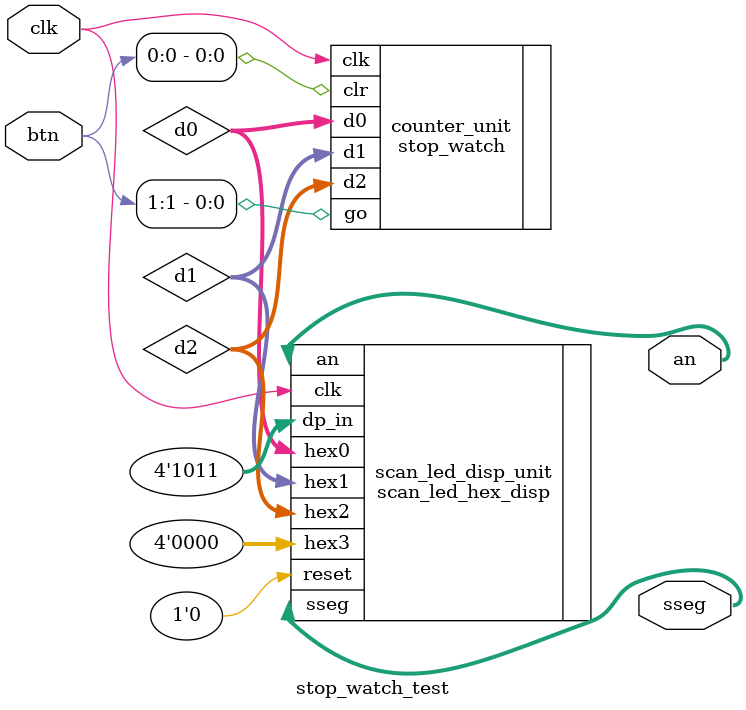
<source format=v>
`timescale 1ns / 1ps


module stop_watch_test 
   (input  clk,
     input [1:0] btn,
     output [3:0] an,
          output [7:0] sseg         
     );
     wire [3:0] d2,d1,d0;
     //ÊµÀý»¯4Î»16½øÖÆÊý¶¯Ì¬ÏÔÊ¾Ä£¿é
     scan_led_hex_disp  scan_led_disp_unit
      (.clk(clk), .reset(1'b0),
.hex3(4'b0), .hex2(d2), .hex1(d1), .hex0(d0),
.dp_in(4'b1011), .an(an), .sseg(sseg));
//ÊµÀý»¯Ãë±í
stop_watch counter_unit
	 (.clk(clk), .go(btn[1]), .clr(btn[0]),
.d2(d2), .d1(d1), .d0(d0));
      endmodule


</source>
